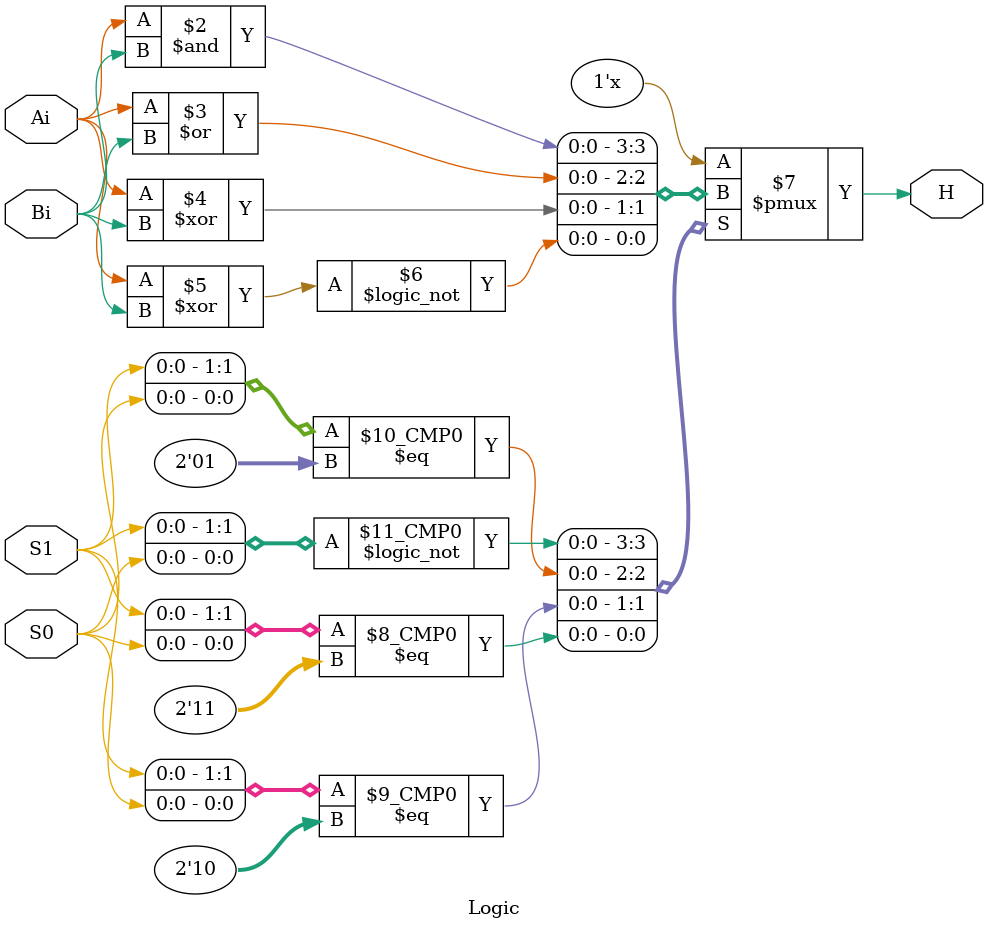
<source format=sv>
module Logic(
    Ai,
    Bi,
    S1,
    S0,
    H
);
    input Ai;
    input Bi;
    input S1;
    input S0;
    output reg H;
    always @(*) begin
        case ({S1,S0})
            2'b00: H = Ai & Bi;
            2'b01: H = Ai | Bi;
            2'b10: H = Ai ^ Bi;
            2'b11: H = ! (Ai ^ Bi);
            default: H = 2'b0;
        endcase
    end
endmodule

</source>
